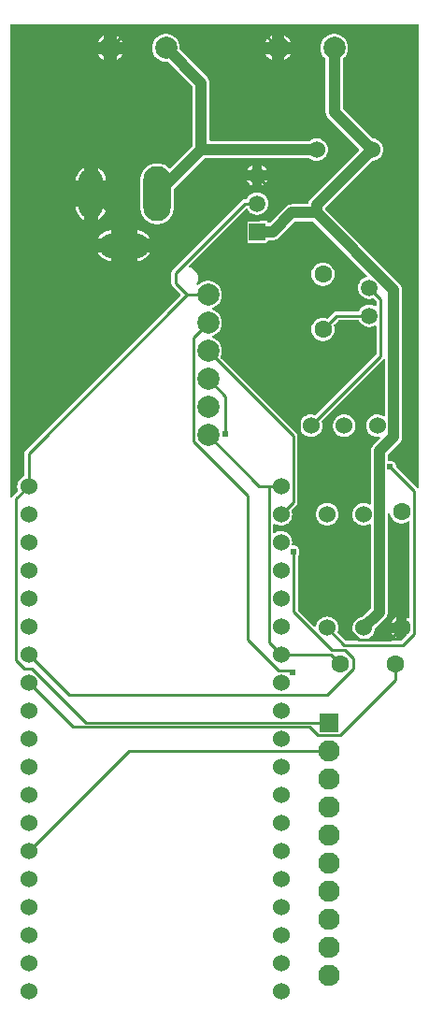
<source format=gbl>
G04 Layer: BottomLayer*
G04 EasyEDA v6.5.40, 2024-02-04 04:02:13*
G04 e3b7e928b75e4f6ab1737eb406526b54,153482dac41149f1974aef67bcea995d,10*
G04 Gerber Generator version 0.2*
G04 Scale: 100 percent, Rotated: No, Reflected: No *
G04 Dimensions in millimeters *
G04 leading zeros omitted , absolute positions ,4 integer and 5 decimal *
%FSLAX45Y45*%
%MOMM*%

%ADD10C,0.2540*%
%ADD11C,1.0160*%
%ADD12R,1.7780X1.7780*%
%ADD13C,1.9304*%
%ADD14C,1.6000*%
%ADD15C,1.5240*%
%ADD16C,2.0000*%
%ADD17O,2.499868X4.9999899999999995*%
%ADD18O,2.2499320000000003X4.4998640000000005*%
%ADD19O,4.4998640000000005X2.2499320000000003*%
%ADD20C,1.5000*%
%ADD21R,1.5080X1.5080*%
%ADD22C,1.5080*%
%ADD23C,0.6100*%
%ADD24C,0.0170*%

%LPD*%
G36*
X3283965Y3368141D02*
G01*
X3280003Y3368954D01*
X3276701Y3371240D01*
X3274517Y3374644D01*
X3273806Y3378657D01*
X3274771Y3382568D01*
X3277158Y3385820D01*
X3280664Y3387902D01*
X3291078Y3391509D01*
X3303219Y3397656D01*
X3314446Y3405378D01*
X3324606Y3414522D01*
X3333394Y3424936D01*
X3340709Y3436416D01*
X3346450Y3448812D01*
X3350514Y3461816D01*
X3352901Y3476040D01*
X3353866Y3478987D01*
X3355746Y3481527D01*
X3449675Y3575558D01*
X3455415Y3582466D01*
X3456838Y3584498D01*
X3461512Y3592220D01*
X3462629Y3594455D01*
X3466846Y3605072D01*
X3468979Y3613810D01*
X3469386Y3616248D01*
X3470249Y3625189D01*
X3470300Y4515815D01*
X3471164Y4519980D01*
X3473704Y4523435D01*
X3477361Y4525518D01*
X3481578Y4525924D01*
X3485642Y4524603D01*
X3488740Y4521708D01*
X3490417Y4517847D01*
X3491839Y4510786D01*
X3496259Y4497679D01*
X3502406Y4485284D01*
X3510076Y4473752D01*
X3519220Y4463338D01*
X3529634Y4454194D01*
X3541166Y4446524D01*
X3553561Y4440377D01*
X3566718Y4435906D01*
X3580282Y4433214D01*
X3594100Y4432300D01*
X3607917Y4433214D01*
X3621481Y4435906D01*
X3634638Y4440377D01*
X3647033Y4446524D01*
X3653536Y4450842D01*
X3657600Y4452416D01*
X3661918Y4452162D01*
X3665778Y4450130D01*
X3668420Y4446625D01*
X3669334Y4442409D01*
X3669334Y3584041D01*
X3668420Y3579774D01*
X3665778Y3576269D01*
X3661918Y3574237D01*
X3657600Y3573983D01*
X3653536Y3575558D01*
X3647033Y3579926D01*
X3640429Y3583178D01*
X3640429Y3534562D01*
X3659174Y3534562D01*
X3663086Y3533800D01*
X3666337Y3531565D01*
X3668572Y3528263D01*
X3669334Y3524402D01*
X3669334Y3452114D01*
X3668572Y3448253D01*
X3666236Y3444849D01*
X3662934Y3442614D01*
X3659073Y3441852D01*
X3640429Y3441852D01*
X3640429Y3423259D01*
X3639667Y3419348D01*
X3637483Y3416046D01*
X3592525Y3371138D01*
X3589223Y3368903D01*
X3585362Y3368141D01*
G37*

%LPC*%
G36*
X3547770Y3393236D02*
G01*
X3547770Y3441852D01*
X3499154Y3441852D01*
X3502406Y3435248D01*
X3510076Y3423767D01*
X3519220Y3413353D01*
X3529634Y3404209D01*
X3541166Y3396487D01*
G37*
G36*
X3499154Y3534562D02*
G01*
X3547770Y3534562D01*
X3547770Y3583178D01*
X3541166Y3579926D01*
X3529634Y3572205D01*
X3519220Y3563061D01*
X3510076Y3552647D01*
X3502406Y3541166D01*
G37*

%LPD*%
G36*
X3097174Y3368141D02*
G01*
X3093262Y3368903D01*
X3089960Y3371138D01*
X3019653Y3441446D01*
X3017469Y3444646D01*
X3016656Y3448456D01*
X3017367Y3452266D01*
X3018485Y3455263D01*
X3021685Y3468522D01*
X3023006Y3482086D01*
X3022600Y3495700D01*
X3020314Y3509162D01*
X3016250Y3522167D01*
X3010509Y3534562D01*
X3003194Y3546043D01*
X2994406Y3556457D01*
X2984246Y3565601D01*
X2973019Y3573322D01*
X2960878Y3579469D01*
X2947974Y3583940D01*
X2934614Y3586683D01*
X2921000Y3587597D01*
X2907385Y3586683D01*
X2894025Y3583940D01*
X2881172Y3579469D01*
X2868980Y3573322D01*
X2857754Y3565601D01*
X2847644Y3556457D01*
X2838805Y3546043D01*
X2831490Y3534562D01*
X2825750Y3522167D01*
X2821686Y3509162D01*
X2821127Y3505809D01*
X2819450Y3501745D01*
X2816250Y3498748D01*
X2812034Y3497376D01*
X2807665Y3497935D01*
X2803906Y3500323D01*
X2660294Y3643985D01*
X2658059Y3647287D01*
X2657297Y3651148D01*
X2657297Y4131564D01*
X2658059Y4135424D01*
X2660294Y4138726D01*
X2661869Y4140352D01*
X2667508Y4148378D01*
X2671673Y4157319D01*
X2674213Y4166768D01*
X2675077Y4176572D01*
X2674213Y4186377D01*
X2671673Y4195876D01*
X2667508Y4204766D01*
X2661869Y4212793D01*
X2654909Y4219752D01*
X2646883Y4225391D01*
X2637993Y4229557D01*
X2628493Y4232097D01*
X2618689Y4232960D01*
X2613406Y4232503D01*
X2609646Y4232859D01*
X2606294Y4234535D01*
X2603804Y4237329D01*
X2602484Y4240885D01*
X2602534Y4244644D01*
X2603093Y4247235D01*
X2604008Y4260850D01*
X2603093Y4274464D01*
X2600350Y4287824D01*
X2595880Y4300728D01*
X2589733Y4312869D01*
X2582011Y4324096D01*
X2572867Y4334256D01*
X2562453Y4343044D01*
X2550972Y4350359D01*
X2538577Y4356100D01*
X2525572Y4360164D01*
X2512110Y4362399D01*
X2498496Y4362856D01*
X2484932Y4361535D01*
X2471674Y4358335D01*
X2458923Y4353458D01*
X2446578Y4346651D01*
X2442565Y4345482D01*
X2438400Y4345940D01*
X2434793Y4348073D01*
X2432354Y4351477D01*
X2431542Y4355592D01*
X2431542Y4420108D01*
X2432354Y4424222D01*
X2434793Y4427626D01*
X2438400Y4429760D01*
X2442565Y4430217D01*
X2446578Y4429048D01*
X2458923Y4422241D01*
X2471674Y4417364D01*
X2484932Y4414164D01*
X2498496Y4412843D01*
X2512110Y4413300D01*
X2525572Y4415536D01*
X2538577Y4419600D01*
X2550972Y4425340D01*
X2562453Y4432655D01*
X2572867Y4441444D01*
X2582011Y4451604D01*
X2589733Y4462830D01*
X2595880Y4474972D01*
X2600350Y4487875D01*
X2603093Y4501235D01*
X2604008Y4514850D01*
X2603093Y4528464D01*
X2600350Y4541824D01*
X2598115Y4548327D01*
X2597556Y4552086D01*
X2598369Y4555744D01*
X2600502Y4558842D01*
X2641092Y4599482D01*
X2646222Y4605680D01*
X2649778Y4612386D01*
X2651963Y4619599D01*
X2652776Y4627626D01*
X2652776Y5221224D01*
X2651963Y5229250D01*
X2649778Y5236514D01*
X2646222Y5243169D01*
X2641092Y5249367D01*
X1958441Y5932068D01*
X1956206Y5935472D01*
X1955444Y5939434D01*
X1956358Y5943396D01*
X1959203Y5949746D01*
X1963724Y5964275D01*
X1966468Y5979210D01*
X1967382Y5994400D01*
X1966468Y6009589D01*
X1963724Y6024524D01*
X1959203Y6039053D01*
X1952955Y6052921D01*
X1945081Y6065926D01*
X1935734Y6077864D01*
X1924964Y6088634D01*
X1913026Y6097981D01*
X1900021Y6105855D01*
X1886102Y6112154D01*
X1882902Y6114338D01*
X1880819Y6117590D01*
X1880107Y6121400D01*
X1880819Y6125210D01*
X1882902Y6128461D01*
X1886102Y6130645D01*
X1900021Y6136944D01*
X1913026Y6144818D01*
X1924964Y6154166D01*
X1935734Y6164935D01*
X1945081Y6176873D01*
X1952955Y6189878D01*
X1959203Y6203746D01*
X1963724Y6218275D01*
X1966468Y6233210D01*
X1967382Y6248400D01*
X1966468Y6263589D01*
X1963724Y6278524D01*
X1959203Y6293053D01*
X1952955Y6306921D01*
X1945081Y6319926D01*
X1935734Y6331864D01*
X1924964Y6342634D01*
X1913026Y6351981D01*
X1900021Y6359855D01*
X1886051Y6366154D01*
X1882902Y6368389D01*
X1880768Y6371640D01*
X1880057Y6375400D01*
X1880768Y6379210D01*
X1882902Y6382461D01*
X1886051Y6384696D01*
X1899970Y6390944D01*
X1912975Y6398818D01*
X1924964Y6408216D01*
X1935683Y6418935D01*
X1945081Y6430924D01*
X1952955Y6443929D01*
X1959203Y6457797D01*
X1963724Y6472275D01*
X1966468Y6487261D01*
X1967382Y6502400D01*
X1966468Y6517589D01*
X1963724Y6532575D01*
X1959203Y6547053D01*
X1952955Y6560921D01*
X1945081Y6573926D01*
X1935683Y6585915D01*
X1924964Y6596634D01*
X1912975Y6606031D01*
X1899970Y6613906D01*
X1886102Y6620154D01*
X1871624Y6624675D01*
X1856638Y6627418D01*
X1841500Y6628333D01*
X1826310Y6627418D01*
X1811324Y6624675D01*
X1796846Y6620154D01*
X1782978Y6613906D01*
X1769973Y6606031D01*
X1757984Y6596634D01*
X1755190Y6593840D01*
X1751787Y6591604D01*
X1747774Y6590842D01*
X1743811Y6591757D01*
X1740509Y6594144D01*
X1738426Y6597650D01*
X1737868Y6601663D01*
X1738934Y6605625D01*
X1743862Y6615430D01*
X1748282Y6628130D01*
X1750974Y6641338D01*
X1751888Y6654800D01*
X1750974Y6668262D01*
X1748282Y6681470D01*
X1743862Y6694170D01*
X1737817Y6706209D01*
X1730197Y6717334D01*
X1721154Y6727342D01*
X1710842Y6736029D01*
X1699463Y6743293D01*
X1687271Y6748932D01*
X1674672Y6752844D01*
X1671066Y6754875D01*
X1668525Y6758178D01*
X1667510Y6762191D01*
X1668221Y6766255D01*
X1670507Y6769760D01*
X2181656Y7280909D01*
X2184755Y7283043D01*
X2188413Y7283907D01*
X2192121Y7283348D01*
X2195372Y7281519D01*
X2197760Y7278624D01*
X2200605Y7273391D01*
X2208631Y7262520D01*
X2218080Y7252766D01*
X2228697Y7244384D01*
X2240330Y7237475D01*
X2252776Y7232243D01*
X2265832Y7228636D01*
X2279243Y7226858D01*
X2292756Y7226858D01*
X2306167Y7228636D01*
X2319223Y7232243D01*
X2331669Y7237475D01*
X2343302Y7244384D01*
X2353919Y7252766D01*
X2363368Y7262520D01*
X2371394Y7273391D01*
X2377897Y7285278D01*
X2382723Y7297877D01*
X2385872Y7311034D01*
X2387244Y7324496D01*
X2386787Y7338059D01*
X2384501Y7351369D01*
X2380538Y7364323D01*
X2374798Y7376566D01*
X2367534Y7387996D01*
X2358796Y7398308D01*
X2348788Y7407402D01*
X2337612Y7415022D01*
X2325522Y7421168D01*
X2312771Y7425588D01*
X2299512Y7428280D01*
X2286000Y7429195D01*
X2272487Y7428280D01*
X2259228Y7425588D01*
X2246477Y7421168D01*
X2234387Y7415022D01*
X2223211Y7407402D01*
X2213203Y7398308D01*
X2204466Y7387996D01*
X2197201Y7376566D01*
X2195220Y7372400D01*
X2192985Y7369302D01*
X2189784Y7367219D01*
X2186025Y7366508D01*
X2174544Y7366508D01*
X2166518Y7365695D01*
X2159304Y7363510D01*
X2152650Y7359954D01*
X2146401Y7354874D01*
X1520952Y6729374D01*
X1515821Y6723176D01*
X1512265Y6716522D01*
X1510080Y6709257D01*
X1509318Y6701231D01*
X1509318Y6608470D01*
X1510080Y6600444D01*
X1512265Y6593230D01*
X1515821Y6586575D01*
X1520952Y6580327D01*
X1591665Y6509613D01*
X1593900Y6506311D01*
X1594662Y6502450D01*
X1593900Y6498539D01*
X1591665Y6495237D01*
X188976Y5092496D01*
X183845Y5086299D01*
X180289Y5079644D01*
X178104Y5072380D01*
X177292Y5064353D01*
X177292Y4869840D01*
X176631Y4866335D01*
X174802Y4863236D01*
X172008Y4860950D01*
X160985Y4854905D01*
X150012Y4846828D01*
X140208Y4837328D01*
X131724Y4826609D01*
X124764Y4814874D01*
X119481Y4802327D01*
X115874Y4789170D01*
X114046Y4775657D01*
X114046Y4762042D01*
X115874Y4748530D01*
X119735Y4734560D01*
X120040Y4731004D01*
X119126Y4727549D01*
X117094Y4724654D01*
X77571Y4685131D01*
X72440Y4678883D01*
X69138Y4672634D01*
X66192Y4669282D01*
X62128Y4667453D01*
X57708Y4667605D01*
X53695Y4669586D01*
X50952Y4673092D01*
X49987Y4677460D01*
X49987Y8939834D01*
X50749Y8943695D01*
X52984Y8946997D01*
X56286Y8949232D01*
X60147Y8949994D01*
X3739845Y8949994D01*
X3743706Y8949232D01*
X3747008Y8946997D01*
X3749243Y8943695D01*
X3750005Y8939834D01*
X3750005Y4763973D01*
X3749243Y4760112D01*
X3747008Y4756810D01*
X3743706Y4754626D01*
X3739845Y4753813D01*
X3735933Y4754626D01*
X3732631Y4756810D01*
X3550920Y4938522D01*
X3548938Y4941417D01*
X3548024Y4944821D01*
X3547313Y4952847D01*
X3544773Y4962347D01*
X3540607Y4971237D01*
X3534968Y4979314D01*
X3528009Y4986274D01*
X3519982Y4991912D01*
X3511092Y4996027D01*
X3501593Y4998567D01*
X3491788Y4999431D01*
X3481324Y4998516D01*
X3477209Y4999024D01*
X3473602Y5001158D01*
X3471164Y5004562D01*
X3470300Y5008626D01*
X3470300Y5051501D01*
X3471062Y5055412D01*
X3473297Y5058714D01*
X3580282Y5165801D01*
X3586022Y5172710D01*
X3592118Y5182412D01*
X3593236Y5184648D01*
X3597452Y5195316D01*
X3599586Y5204053D01*
X3599992Y5206492D01*
X3600856Y5215432D01*
X3600856Y6547815D01*
X3599992Y6556756D01*
X3599586Y6559194D01*
X3597452Y6567931D01*
X3593236Y6578600D01*
X3592118Y6580784D01*
X3587445Y6588506D01*
X3586022Y6590538D01*
X3580282Y6597446D01*
X2904286Y7273544D01*
X2902051Y7276846D01*
X2901289Y7280706D01*
X2902051Y7284618D01*
X2904286Y7287920D01*
X3329279Y7712913D01*
X3332073Y7714894D01*
X3335426Y7715808D01*
X3342030Y7716469D01*
X3355289Y7719669D01*
X3367989Y7724546D01*
X3379978Y7731099D01*
X3390950Y7739176D01*
X3400755Y7748676D01*
X3409187Y7759395D01*
X3416147Y7771130D01*
X3421481Y7783677D01*
X3425088Y7796834D01*
X3426917Y7810347D01*
X3426917Y7823962D01*
X3425088Y7837474D01*
X3421481Y7850631D01*
X3416147Y7863179D01*
X3409187Y7874914D01*
X3400755Y7885633D01*
X3390950Y7895132D01*
X3379978Y7903209D01*
X3367989Y7909763D01*
X3355289Y7914640D01*
X3342030Y7917840D01*
X3335426Y7918500D01*
X3332124Y7919415D01*
X3329279Y7921396D01*
X3064205Y8186470D01*
X3061970Y8189772D01*
X3061208Y8193684D01*
X3061208Y8633104D01*
X3061665Y8636152D01*
X3062986Y8638895D01*
X3065119Y8641130D01*
X3067964Y8643366D01*
X3078734Y8654135D01*
X3088081Y8666073D01*
X3095955Y8679078D01*
X3102203Y8692946D01*
X3106724Y8707475D01*
X3109468Y8722410D01*
X3110382Y8737600D01*
X3109468Y8752789D01*
X3106724Y8767724D01*
X3102203Y8782253D01*
X3095955Y8796121D01*
X3088081Y8809126D01*
X3078734Y8821064D01*
X3067964Y8831834D01*
X3056026Y8841181D01*
X3043021Y8849055D01*
X3029153Y8855303D01*
X3014624Y8859824D01*
X2999689Y8862568D01*
X2984500Y8863482D01*
X2969310Y8862568D01*
X2954375Y8859824D01*
X2939846Y8855303D01*
X2925978Y8849055D01*
X2912973Y8841181D01*
X2901035Y8831834D01*
X2890266Y8821064D01*
X2880918Y8809126D01*
X2873044Y8796121D01*
X2866796Y8782253D01*
X2862275Y8767724D01*
X2859532Y8752789D01*
X2858617Y8737600D01*
X2859532Y8722410D01*
X2862275Y8707475D01*
X2866796Y8692946D01*
X2873044Y8679078D01*
X2880918Y8666073D01*
X2890266Y8654135D01*
X2901035Y8643366D01*
X2903880Y8641130D01*
X2906014Y8638895D01*
X2907334Y8636152D01*
X2907792Y8633104D01*
X2907842Y8155025D01*
X2908706Y8146084D01*
X2909112Y8143646D01*
X2911246Y8134908D01*
X2915462Y8124240D01*
X2916580Y8122005D01*
X2922676Y8112302D01*
X2928416Y8105394D01*
X3209391Y7824317D01*
X3211576Y7821066D01*
X3212338Y7817154D01*
X3211576Y7813294D01*
X3209391Y7809992D01*
X2768498Y7368997D01*
X2762758Y7362088D01*
X2756662Y7352385D01*
X2755544Y7350150D01*
X2752140Y7341870D01*
X2751378Y7339584D01*
X2748991Y7329322D01*
X2747010Y7325258D01*
X2743504Y7322464D01*
X2739085Y7321448D01*
X2595575Y7321397D01*
X2586634Y7320584D01*
X2575458Y7317994D01*
X2564841Y7313777D01*
X2562606Y7312659D01*
X2554884Y7307986D01*
X2552852Y7306564D01*
X2545943Y7300823D01*
X2401519Y7156500D01*
X2398115Y7154214D01*
X2394102Y7153503D01*
X2390140Y7154418D01*
X2386838Y7156805D01*
X2381605Y7165390D01*
X2377490Y7169505D01*
X2372614Y7172604D01*
X2367127Y7174484D01*
X2360828Y7175195D01*
X2211171Y7175195D01*
X2204872Y7174484D01*
X2199386Y7172604D01*
X2194509Y7169505D01*
X2190394Y7165390D01*
X2187295Y7160514D01*
X2185416Y7155027D01*
X2184704Y7148728D01*
X2184704Y6999071D01*
X2185416Y6992772D01*
X2187295Y6987286D01*
X2190394Y6982409D01*
X2194509Y6978294D01*
X2199386Y6975195D01*
X2204872Y6973316D01*
X2211171Y6972604D01*
X2360828Y6972604D01*
X2367127Y6973316D01*
X2372614Y6975195D01*
X2377490Y6978294D01*
X2381605Y6982409D01*
X2384704Y6987286D01*
X2385771Y6990384D01*
X2387904Y6993940D01*
X2391308Y6996328D01*
X2395372Y6997192D01*
X2430119Y6997242D01*
X2439060Y6998106D01*
X2441498Y6998512D01*
X2450236Y7000646D01*
X2460853Y7004862D01*
X2463088Y7005980D01*
X2470810Y7010653D01*
X2472842Y7012076D01*
X2479751Y7017816D01*
X2627071Y7165035D01*
X2630373Y7167270D01*
X2634234Y7168032D01*
X2788615Y7168032D01*
X2792476Y7167270D01*
X2795778Y7165035D01*
X3280511Y6680301D01*
X3282899Y6676644D01*
X3283458Y6672325D01*
X3282238Y6668160D01*
X3279343Y6664909D01*
X3275329Y6663181D01*
X3262629Y6658762D01*
X3250590Y6652666D01*
X3239465Y6645046D01*
X3229457Y6636003D01*
X3220770Y6625691D01*
X3213506Y6614363D01*
X3207867Y6602120D01*
X3203854Y6589268D01*
X3201619Y6575958D01*
X3201162Y6562496D01*
X3202533Y6549085D01*
X3205632Y6535978D01*
X3210509Y6523380D01*
X3216960Y6511594D01*
X3224936Y6500723D01*
X3234334Y6491020D01*
X3244900Y6482689D01*
X3256483Y6475831D01*
X3268929Y6470548D01*
X3281883Y6466992D01*
X3295243Y6465214D01*
X3308756Y6465214D01*
X3322116Y6466992D01*
X3335375Y6470650D01*
X3338880Y6470954D01*
X3342335Y6470040D01*
X3345230Y6468008D01*
X3363620Y6449618D01*
X3365804Y6446316D01*
X3366566Y6442456D01*
X3366566Y6408521D01*
X3365754Y6404508D01*
X3363417Y6401104D01*
X3359912Y6398971D01*
X3355797Y6398361D01*
X3351834Y6399479D01*
X3341370Y6404762D01*
X3328670Y6409182D01*
X3315462Y6411874D01*
X3302000Y6412738D01*
X3288537Y6411874D01*
X3275329Y6409182D01*
X3262629Y6404762D01*
X3250590Y6398666D01*
X3239465Y6391046D01*
X3229457Y6382004D01*
X3220770Y6371691D01*
X3213506Y6360363D01*
X3211677Y6356350D01*
X3209442Y6353251D01*
X3206191Y6351168D01*
X3202432Y6350457D01*
X3006648Y6350457D01*
X2998622Y6349644D01*
X2991408Y6347460D01*
X2984754Y6343904D01*
X2978505Y6338824D01*
X2929940Y6290208D01*
X2926842Y6288125D01*
X2923184Y6287262D01*
X2919476Y6287770D01*
X2910281Y6290919D01*
X2896717Y6293612D01*
X2882900Y6294526D01*
X2869082Y6293612D01*
X2855518Y6290919D01*
X2842361Y6286449D01*
X2829966Y6280302D01*
X2818434Y6272631D01*
X2808020Y6263487D01*
X2798876Y6253073D01*
X2791206Y6241542D01*
X2785059Y6229146D01*
X2780639Y6216040D01*
X2777896Y6202426D01*
X2777032Y6188608D01*
X2777896Y6174790D01*
X2780639Y6161227D01*
X2785059Y6148120D01*
X2791206Y6135674D01*
X2798876Y6124143D01*
X2808020Y6113729D01*
X2818434Y6104636D01*
X2829966Y6096914D01*
X2842361Y6090818D01*
X2855518Y6086348D01*
X2869082Y6083655D01*
X2882900Y6082741D01*
X2896717Y6083655D01*
X2910281Y6086348D01*
X2923438Y6090818D01*
X2935833Y6096914D01*
X2947365Y6104636D01*
X2957779Y6113729D01*
X2966923Y6124143D01*
X2974594Y6135674D01*
X2980740Y6148120D01*
X2985160Y6161227D01*
X2987903Y6174790D01*
X2988767Y6188608D01*
X2987903Y6202426D01*
X2985160Y6216040D01*
X2982061Y6225133D01*
X2981553Y6228842D01*
X2982417Y6232499D01*
X2984500Y6235598D01*
X3019196Y6270244D01*
X3022498Y6272479D01*
X3026359Y6273241D01*
X3202381Y6273241D01*
X3205886Y6272580D01*
X3208985Y6270752D01*
X3211271Y6267958D01*
X3216960Y6257594D01*
X3224936Y6246723D01*
X3234334Y6237020D01*
X3244900Y6228689D01*
X3256483Y6221831D01*
X3268929Y6216548D01*
X3281883Y6212992D01*
X3295243Y6211214D01*
X3308756Y6211214D01*
X3322116Y6212992D01*
X3335070Y6216548D01*
X3347516Y6221831D01*
X3351276Y6224066D01*
X3355289Y6225387D01*
X3359505Y6224981D01*
X3363214Y6222898D01*
X3365703Y6219444D01*
X3366566Y6215329D01*
X3366566Y5967526D01*
X3365804Y5963615D01*
X3363620Y5960313D01*
X2819095Y5415838D01*
X2815894Y5413654D01*
X2812084Y5412841D01*
X2808274Y5413502D01*
X2805277Y5414670D01*
X2792018Y5417820D01*
X2778455Y5419191D01*
X2764840Y5418734D01*
X2751378Y5416448D01*
X2738374Y5412435D01*
X2725978Y5406694D01*
X2714498Y5399328D01*
X2704084Y5390540D01*
X2694940Y5380431D01*
X2687218Y5369204D01*
X2681071Y5357012D01*
X2676601Y5344109D01*
X2673858Y5330748D01*
X2672943Y5317134D01*
X2673858Y5303570D01*
X2676601Y5290210D01*
X2681071Y5277307D01*
X2687218Y5265115D01*
X2694940Y5253888D01*
X2704084Y5243779D01*
X2714498Y5234990D01*
X2725978Y5227624D01*
X2738374Y5221884D01*
X2751378Y5217871D01*
X2764840Y5215585D01*
X2778455Y5215128D01*
X2792018Y5216499D01*
X2805277Y5219649D01*
X2818028Y5224576D01*
X2829966Y5231130D01*
X2840939Y5239207D01*
X2850743Y5248706D01*
X2859227Y5259374D01*
X2866186Y5271109D01*
X2871470Y5283657D01*
X2875076Y5296814D01*
X2876905Y5310327D01*
X2876905Y5323992D01*
X2875076Y5337505D01*
X2871216Y5351475D01*
X2870911Y5355031D01*
X2871825Y5358434D01*
X2873857Y5361330D01*
X3430168Y5917641D01*
X3433419Y5919876D01*
X3437331Y5920638D01*
X3441242Y5919876D01*
X3444494Y5917641D01*
X3446729Y5914339D01*
X3447491Y5910478D01*
X3447491Y5410403D01*
X3446526Y5406085D01*
X3443782Y5402580D01*
X3439820Y5400548D01*
X3435350Y5400446D01*
X3431286Y5402224D01*
X3430168Y5403037D01*
X3418230Y5409590D01*
X3405479Y5414518D01*
X3392220Y5417667D01*
X3378657Y5419039D01*
X3365042Y5418582D01*
X3351580Y5416296D01*
X3338576Y5412282D01*
X3326180Y5406542D01*
X3314700Y5399176D01*
X3304286Y5390388D01*
X3295142Y5380278D01*
X3287420Y5369052D01*
X3281273Y5356860D01*
X3276803Y5343956D01*
X3274060Y5330596D01*
X3273145Y5316982D01*
X3274060Y5303418D01*
X3276803Y5290058D01*
X3281273Y5277154D01*
X3287420Y5264962D01*
X3295142Y5253736D01*
X3304286Y5243626D01*
X3314700Y5234838D01*
X3326180Y5227472D01*
X3338576Y5221732D01*
X3351580Y5217718D01*
X3365042Y5215432D01*
X3378657Y5214975D01*
X3388055Y5215940D01*
X3392170Y5215483D01*
X3395726Y5213451D01*
X3398215Y5210149D01*
X3399231Y5206136D01*
X3398520Y5202072D01*
X3396234Y5198618D01*
X3337509Y5139791D01*
X3331768Y5132882D01*
X3325672Y5123180D01*
X3324555Y5120944D01*
X3320338Y5110276D01*
X3318205Y5101590D01*
X3317798Y5099100D01*
X3316935Y5090160D01*
X3316884Y4612792D01*
X3316020Y4608626D01*
X3313480Y4605223D01*
X3309823Y4603140D01*
X3305556Y4602734D01*
X3301542Y4604054D01*
X3297224Y4606594D01*
X3284677Y4611928D01*
X3271520Y4615535D01*
X3258007Y4617364D01*
X3244392Y4617364D01*
X3230880Y4615535D01*
X3217722Y4611928D01*
X3205175Y4606594D01*
X3193440Y4599686D01*
X3182721Y4591202D01*
X3173222Y4581398D01*
X3165144Y4570425D01*
X3158591Y4558487D01*
X3153714Y4545736D01*
X3150514Y4532477D01*
X3149193Y4518914D01*
X3149650Y4505299D01*
X3151886Y4491837D01*
X3155950Y4478832D01*
X3161690Y4466437D01*
X3169005Y4454956D01*
X3177794Y4444542D01*
X3187954Y4435398D01*
X3199180Y4427677D01*
X3211322Y4421530D01*
X3224225Y4417060D01*
X3237585Y4414316D01*
X3251200Y4413402D01*
X3264814Y4414316D01*
X3278174Y4417060D01*
X3291078Y4421530D01*
X3302152Y4427118D01*
X3306114Y4428185D01*
X3310178Y4427626D01*
X3313684Y4425442D01*
X3316071Y4422089D01*
X3316884Y4418076D01*
X3316884Y3663848D01*
X3316122Y3659987D01*
X3313887Y3656685D01*
X3247034Y3589832D01*
X3244342Y3587902D01*
X3241192Y3586937D01*
X3230880Y3585514D01*
X3217722Y3581958D01*
X3205175Y3576624D01*
X3193440Y3569665D01*
X3182721Y3561232D01*
X3173222Y3551428D01*
X3165144Y3540455D01*
X3158591Y3528466D01*
X3153714Y3515766D01*
X3150514Y3502456D01*
X3149193Y3488893D01*
X3149650Y3475278D01*
X3151886Y3461816D01*
X3155950Y3448812D01*
X3161690Y3436416D01*
X3169005Y3424936D01*
X3177794Y3414522D01*
X3187954Y3405378D01*
X3199180Y3397656D01*
X3211322Y3391509D01*
X3221736Y3387902D01*
X3225241Y3385820D01*
X3227628Y3382568D01*
X3228594Y3378657D01*
X3227882Y3374644D01*
X3225698Y3371240D01*
X3222396Y3368954D01*
X3218434Y3368141D01*
G37*

%LPC*%
G36*
X2914192Y4413656D02*
G01*
X2927807Y4413656D01*
X2941320Y4415485D01*
X2954477Y4419041D01*
X2967024Y4424375D01*
X2978759Y4431334D01*
X2989478Y4439767D01*
X2998978Y4449572D01*
X3007055Y4460544D01*
X3013608Y4472533D01*
X3018485Y4485233D01*
X3021685Y4498543D01*
X3023006Y4512106D01*
X3022600Y4525721D01*
X3020314Y4539183D01*
X3016250Y4552188D01*
X3010509Y4564583D01*
X3003194Y4576064D01*
X2994406Y4586478D01*
X2984246Y4595622D01*
X2973019Y4603343D01*
X2960878Y4609490D01*
X2947974Y4613960D01*
X2934614Y4616653D01*
X2921000Y4617567D01*
X2907385Y4616653D01*
X2894025Y4613960D01*
X2881172Y4609490D01*
X2868980Y4603343D01*
X2857754Y4595622D01*
X2847644Y4586478D01*
X2838805Y4576064D01*
X2831490Y4564583D01*
X2825750Y4552188D01*
X2821686Y4539183D01*
X2819450Y4525721D01*
X2818993Y4512106D01*
X2820314Y4498543D01*
X2823514Y4485233D01*
X2828391Y4472533D01*
X2834944Y4460544D01*
X2843022Y4449572D01*
X2852521Y4439767D01*
X2863240Y4431334D01*
X2874975Y4424375D01*
X2887522Y4419041D01*
X2900680Y4415485D01*
G37*
G36*
X3078480Y5215128D02*
G01*
X3092043Y5216499D01*
X3105302Y5219649D01*
X3118002Y5224576D01*
X3129991Y5231130D01*
X3140964Y5239207D01*
X3150768Y5248706D01*
X3159201Y5259374D01*
X3166160Y5271109D01*
X3171494Y5283657D01*
X3175101Y5296814D01*
X3176930Y5310327D01*
X3176930Y5323992D01*
X3175101Y5337505D01*
X3171494Y5350662D01*
X3166160Y5363210D01*
X3159201Y5374944D01*
X3150768Y5385612D01*
X3140964Y5395112D01*
X3129991Y5403189D01*
X3118002Y5409742D01*
X3105302Y5414670D01*
X3092043Y5417820D01*
X3078480Y5419191D01*
X3064814Y5418734D01*
X3051403Y5416448D01*
X3038348Y5412435D01*
X3026003Y5406694D01*
X3014472Y5399328D01*
X3004058Y5390540D01*
X2994914Y5380431D01*
X2987192Y5369204D01*
X2981045Y5357012D01*
X2976575Y5344109D01*
X2973882Y5330748D01*
X2972968Y5317134D01*
X2973882Y5303570D01*
X2976575Y5290210D01*
X2981045Y5277307D01*
X2987192Y5265115D01*
X2994914Y5253888D01*
X3004058Y5243779D01*
X3014472Y5234990D01*
X3026003Y5227624D01*
X3038348Y5221884D01*
X3051403Y5217871D01*
X3064814Y5215585D01*
G37*
G36*
X2882900Y6582714D02*
G01*
X2896717Y6583629D01*
X2910281Y6586321D01*
X2923438Y6590792D01*
X2935833Y6596938D01*
X2947365Y6604609D01*
X2957779Y6613753D01*
X2966923Y6624167D01*
X2974594Y6635699D01*
X2980740Y6648094D01*
X2985160Y6661200D01*
X2987903Y6674815D01*
X2988767Y6688632D01*
X2987903Y6702450D01*
X2985160Y6716014D01*
X2980740Y6729120D01*
X2974594Y6741566D01*
X2966923Y6753098D01*
X2957779Y6763512D01*
X2947365Y6772605D01*
X2935833Y6780326D01*
X2923438Y6786422D01*
X2910281Y6790893D01*
X2896717Y6793585D01*
X2882900Y6794500D01*
X2869082Y6793585D01*
X2855518Y6790893D01*
X2842361Y6786422D01*
X2829966Y6780326D01*
X2818434Y6772605D01*
X2808020Y6763512D01*
X2798876Y6753098D01*
X2791206Y6741566D01*
X2785059Y6729120D01*
X2780639Y6716014D01*
X2777896Y6702450D01*
X2777032Y6688632D01*
X2777896Y6674815D01*
X2780639Y6661200D01*
X2785059Y6648094D01*
X2791206Y6635699D01*
X2798876Y6624167D01*
X2808020Y6613753D01*
X2818434Y6604609D01*
X2829966Y6596938D01*
X2842361Y6590792D01*
X2855518Y6586321D01*
X2869082Y6583629D01*
G37*
G36*
X961644Y6809181D02*
G01*
X961644Y6884619D01*
X844854Y6884619D01*
X848156Y6878015D01*
X856996Y6864553D01*
X867359Y6852259D01*
X879043Y6841185D01*
X891946Y6831584D01*
X905865Y6823557D01*
X920648Y6817156D01*
X936091Y6812534D01*
X951941Y6809740D01*
G37*
G36*
X1199337Y6809181D02*
G01*
X1209040Y6809740D01*
X1224889Y6812534D01*
X1240332Y6817156D01*
X1255115Y6823557D01*
X1269034Y6831584D01*
X1281938Y6841185D01*
X1293672Y6852259D01*
X1303985Y6864553D01*
X1312824Y6878015D01*
X1316126Y6884619D01*
X1199337Y6884619D01*
G37*
G36*
X1199337Y7009790D02*
G01*
X1316126Y7009790D01*
X1312824Y7016394D01*
X1303985Y7029856D01*
X1293672Y7042150D01*
X1281938Y7053224D01*
X1269034Y7062825D01*
X1255115Y7070852D01*
X1240332Y7077252D01*
X1224889Y7081875D01*
X1209040Y7084669D01*
X1199337Y7085228D01*
G37*
G36*
X844854Y7009790D02*
G01*
X961644Y7009790D01*
X961644Y7085228D01*
X951941Y7084669D01*
X936091Y7081875D01*
X920648Y7077252D01*
X905865Y7070852D01*
X891946Y7062825D01*
X879043Y7053224D01*
X867359Y7042150D01*
X856996Y7029856D01*
X848156Y7016394D01*
G37*
G36*
X1380490Y7141311D02*
G01*
X1397406Y7142276D01*
X1414068Y7145121D01*
X1430324Y7149795D01*
X1445971Y7156246D01*
X1460754Y7164425D01*
X1474571Y7174230D01*
X1487170Y7185507D01*
X1498447Y7198106D01*
X1508252Y7211923D01*
X1516430Y7226757D01*
X1522933Y7242352D01*
X1527606Y7258608D01*
X1530451Y7275322D01*
X1531416Y7292492D01*
X1531416Y7455408D01*
X1532178Y7459319D01*
X1534363Y7462621D01*
X1809242Y7737449D01*
X1812543Y7739684D01*
X1816404Y7740446D01*
X2754274Y7740446D01*
X2757779Y7739837D01*
X2760827Y7738059D01*
X2764485Y7734960D01*
X2775966Y7727645D01*
X2788361Y7721904D01*
X2801366Y7717840D01*
X2814828Y7715605D01*
X2828442Y7715148D01*
X2842006Y7716469D01*
X2855264Y7719669D01*
X2868015Y7724546D01*
X2879953Y7731099D01*
X2890926Y7739176D01*
X2900730Y7748676D01*
X2909214Y7759395D01*
X2916174Y7771130D01*
X2921457Y7783677D01*
X2925064Y7796834D01*
X2926892Y7810347D01*
X2926892Y7823962D01*
X2925064Y7837474D01*
X2921457Y7850631D01*
X2916174Y7863179D01*
X2909214Y7874914D01*
X2900730Y7885633D01*
X2890926Y7895132D01*
X2879953Y7903209D01*
X2868015Y7909763D01*
X2855264Y7914640D01*
X2842006Y7917840D01*
X2828442Y7919161D01*
X2814828Y7918703D01*
X2801366Y7916468D01*
X2788361Y7912404D01*
X2775966Y7906664D01*
X2764485Y7899349D01*
X2760827Y7896250D01*
X2757779Y7894472D01*
X2754274Y7893862D01*
X1867306Y7893862D01*
X1863394Y7894624D01*
X1860143Y7896859D01*
X1857908Y7900162D01*
X1857146Y7904022D01*
X1857095Y8420354D01*
X1856232Y8429294D01*
X1855825Y8431733D01*
X1853692Y8440470D01*
X1849475Y8451138D01*
X1848357Y8453323D01*
X1843684Y8461044D01*
X1842262Y8463076D01*
X1836521Y8469985D01*
X1588617Y8717940D01*
X1586331Y8721547D01*
X1585671Y8725763D01*
X1586382Y8737600D01*
X1585468Y8752789D01*
X1582724Y8767724D01*
X1578203Y8782253D01*
X1571955Y8796121D01*
X1564081Y8809126D01*
X1554734Y8821064D01*
X1543964Y8831834D01*
X1532026Y8841181D01*
X1519021Y8849055D01*
X1505153Y8855303D01*
X1490624Y8859824D01*
X1475689Y8862568D01*
X1460500Y8863482D01*
X1445310Y8862568D01*
X1430375Y8859824D01*
X1415846Y8855303D01*
X1401978Y8849055D01*
X1388973Y8841181D01*
X1377035Y8831834D01*
X1366266Y8821064D01*
X1356918Y8809126D01*
X1349044Y8796121D01*
X1342796Y8782253D01*
X1338275Y8767724D01*
X1335532Y8752789D01*
X1334617Y8737600D01*
X1335532Y8722410D01*
X1338275Y8707475D01*
X1342796Y8692946D01*
X1349044Y8679078D01*
X1356918Y8666073D01*
X1366266Y8654135D01*
X1377035Y8643366D01*
X1388973Y8634018D01*
X1401978Y8626144D01*
X1415846Y8619896D01*
X1430375Y8615375D01*
X1445310Y8612632D01*
X1460500Y8611717D01*
X1472336Y8612428D01*
X1476552Y8611768D01*
X1480159Y8609482D01*
X1700733Y8388858D01*
X1702968Y8385556D01*
X1703730Y8381695D01*
X1703730Y7853121D01*
X1702968Y7849260D01*
X1700733Y7845958D01*
X1502562Y7647787D01*
X1499158Y7645501D01*
X1495094Y7644790D01*
X1491132Y7645755D01*
X1487170Y7648905D01*
X1474571Y7660182D01*
X1460754Y7669987D01*
X1445971Y7678166D01*
X1430324Y7684617D01*
X1414068Y7689342D01*
X1397406Y7692136D01*
X1380490Y7693101D01*
X1363573Y7692136D01*
X1346911Y7689342D01*
X1330655Y7684617D01*
X1315008Y7678166D01*
X1300226Y7669987D01*
X1286408Y7660182D01*
X1273810Y7648905D01*
X1262532Y7636306D01*
X1252728Y7622489D01*
X1244549Y7607706D01*
X1238097Y7592059D01*
X1233373Y7575803D01*
X1230579Y7559090D01*
X1229614Y7541920D01*
X1229614Y7292492D01*
X1230579Y7275322D01*
X1233373Y7258608D01*
X1238097Y7242352D01*
X1244549Y7226757D01*
X1252728Y7211923D01*
X1262532Y7198106D01*
X1273810Y7185507D01*
X1286408Y7174230D01*
X1300226Y7164425D01*
X1315008Y7156246D01*
X1330655Y7149795D01*
X1346911Y7145121D01*
X1363573Y7142276D01*
G37*
G36*
X843076Y7181545D02*
G01*
X849680Y7184847D01*
X863142Y7193686D01*
X875436Y7204049D01*
X886510Y7215733D01*
X896112Y7228687D01*
X904138Y7242606D01*
X910539Y7257389D01*
X915162Y7272781D01*
X917956Y7288631D01*
X918514Y7298385D01*
X843076Y7298385D01*
G37*
G36*
X717905Y7181545D02*
G01*
X717905Y7298385D01*
X642467Y7298385D01*
X643026Y7288631D01*
X645820Y7272781D01*
X650443Y7257389D01*
X656844Y7242606D01*
X664870Y7228687D01*
X674471Y7215733D01*
X685546Y7204049D01*
X697839Y7193686D01*
X711301Y7184847D01*
G37*
G36*
X2330043Y7490815D02*
G01*
X2331669Y7491475D01*
X2343302Y7498384D01*
X2353919Y7506766D01*
X2363368Y7516520D01*
X2371394Y7527391D01*
X2377084Y7537856D01*
X2330043Y7537856D01*
G37*
G36*
X2241956Y7490815D02*
G01*
X2241956Y7537856D01*
X2194915Y7537856D01*
X2200605Y7527391D01*
X2208631Y7516520D01*
X2218080Y7506766D01*
X2228697Y7498384D01*
X2240330Y7491475D01*
G37*
G36*
X642467Y7536078D02*
G01*
X717905Y7536078D01*
X717905Y7652867D01*
X711301Y7649565D01*
X697839Y7640726D01*
X685546Y7630363D01*
X674471Y7618679D01*
X664870Y7605725D01*
X656844Y7591806D01*
X650443Y7577023D01*
X645820Y7561630D01*
X643026Y7545781D01*
G37*
G36*
X843076Y7536078D02*
G01*
X918514Y7536078D01*
X917956Y7545781D01*
X915162Y7561630D01*
X910539Y7577023D01*
X904138Y7591806D01*
X896112Y7605725D01*
X886510Y7618679D01*
X875436Y7630363D01*
X863142Y7640726D01*
X849680Y7649565D01*
X843076Y7652867D01*
G37*
G36*
X2330043Y7625943D02*
G01*
X2376982Y7625943D01*
X2374798Y7630566D01*
X2367534Y7641996D01*
X2358796Y7652308D01*
X2348788Y7661402D01*
X2337612Y7669022D01*
X2330043Y7672882D01*
G37*
G36*
X2195017Y7625943D02*
G01*
X2241956Y7625943D01*
X2241956Y7672882D01*
X2234387Y7669022D01*
X2223211Y7661402D01*
X2213203Y7652308D01*
X2204466Y7641996D01*
X2197201Y7630566D01*
G37*
G36*
X2532837Y8625179D02*
G01*
X2535021Y8626144D01*
X2548026Y8634018D01*
X2559964Y8643366D01*
X2570734Y8654135D01*
X2580081Y8666073D01*
X2587955Y8679078D01*
X2588920Y8681262D01*
X2532837Y8681262D01*
G37*
G36*
X1011885Y8625179D02*
G01*
X1014069Y8626144D01*
X1027074Y8634018D01*
X1039012Y8643366D01*
X1049782Y8654135D01*
X1059129Y8666073D01*
X1067003Y8679078D01*
X1067968Y8681262D01*
X1011885Y8681262D01*
G37*
G36*
X2420162Y8625179D02*
G01*
X2420162Y8681262D01*
X2364079Y8681262D01*
X2365044Y8679078D01*
X2372918Y8666073D01*
X2382266Y8654135D01*
X2393035Y8643366D01*
X2404973Y8634018D01*
X2417978Y8626144D01*
G37*
G36*
X899210Y8625179D02*
G01*
X899210Y8681262D01*
X843127Y8681262D01*
X844092Y8679078D01*
X851966Y8666073D01*
X861314Y8654135D01*
X872083Y8643366D01*
X884021Y8634018D01*
X897026Y8626144D01*
G37*
G36*
X2364079Y8793937D02*
G01*
X2420162Y8793937D01*
X2420162Y8850020D01*
X2417978Y8849055D01*
X2404973Y8841181D01*
X2393035Y8831834D01*
X2382266Y8821064D01*
X2372918Y8809126D01*
X2365044Y8796121D01*
G37*
G36*
X2532837Y8793937D02*
G01*
X2588920Y8793937D01*
X2587955Y8796121D01*
X2580081Y8809126D01*
X2570734Y8821064D01*
X2559964Y8831834D01*
X2548026Y8841181D01*
X2535021Y8849055D01*
X2532837Y8850020D01*
G37*
G36*
X843127Y8793937D02*
G01*
X899210Y8793937D01*
X899210Y8850020D01*
X897026Y8849055D01*
X884021Y8841181D01*
X872083Y8831834D01*
X861314Y8821064D01*
X851966Y8809126D01*
X844092Y8796121D01*
G37*
G36*
X1011885Y8793937D02*
G01*
X1067968Y8793937D01*
X1067003Y8796121D01*
X1059129Y8809126D01*
X1049782Y8821064D01*
X1039012Y8831834D01*
X1027074Y8841181D01*
X1014069Y8849055D01*
X1011885Y8850020D01*
G37*

%LPD*%
D10*
X2921000Y3485492D02*
G01*
X3076956Y3329536D01*
X3605555Y3329536D01*
X3707942Y3431923D01*
X3707942Y4726917D01*
X3491788Y4943071D01*
X215900Y3244852D02*
G01*
X582447Y2878305D01*
X2917520Y2878305D01*
X3156483Y3117268D01*
X3156483Y3207057D01*
X3077895Y3285644D01*
X2964002Y3285644D01*
X2618689Y3630957D01*
X2618689Y4176575D01*
X1841500Y6248402D02*
G01*
X1706879Y6113782D01*
X1706879Y5177919D01*
X2199792Y4685007D01*
X2199792Y3380971D01*
X2479624Y3101139D01*
X2592577Y3101139D01*
X2592577Y3101113D01*
X2607335Y3086356D01*
X780491Y7417208D02*
G01*
X1080490Y7117209D01*
X1080490Y6947207D01*
X3594100Y3488184D02*
G01*
X3484600Y3378685D01*
X3208223Y3378685D01*
X2677261Y3909646D01*
X2677261Y4200857D01*
X2670759Y4207360D01*
X2670759Y6269662D01*
X2182520Y6757901D01*
X2182520Y7170016D01*
X2189911Y7177407D01*
X2290419Y7177407D01*
X2399969Y7286957D01*
X2399969Y7467932D01*
X2286000Y7581902D01*
X955547Y8737602D02*
G01*
X1101293Y8883347D01*
X2330754Y8883347D01*
X2476500Y8737602D01*
D11*
X2286000Y7073902D02*
G01*
X2427427Y7073902D01*
X2824581Y7244742D02*
G01*
X2598267Y7244742D01*
X2427427Y7073902D01*
X3251200Y3485492D02*
G01*
X3393592Y3627884D01*
X3393592Y5087495D01*
X3524199Y5218102D01*
X3524199Y6545125D01*
X2824581Y7244742D01*
X2824581Y7244742D02*
G01*
X2824581Y7316701D01*
X3325037Y7817157D01*
X3325037Y7817157D02*
G01*
X2984500Y8157695D01*
X2984500Y8737577D01*
D10*
X2392908Y4768852D02*
G01*
X2501900Y4768852D01*
X1841474Y5232427D02*
G01*
X2305050Y4768852D01*
X2392908Y4768852D01*
X2392908Y4768852D02*
G01*
X2392908Y3353843D01*
X2501900Y3244852D01*
X3302000Y6311851D02*
G01*
X3006166Y6311851D01*
X2882900Y6188585D01*
X215900Y1466852D02*
G01*
X1123950Y2374902D01*
X2933700Y2374902D01*
X2501900Y3244852D02*
G01*
X2956763Y3244852D01*
X3039313Y3162302D01*
X1841500Y5994402D02*
G01*
X2614168Y5221734D01*
X2614168Y4627120D01*
X2501900Y4514852D01*
X215900Y4768852D02*
G01*
X104520Y4657473D01*
X104520Y3193036D01*
X179704Y3117852D01*
X248488Y3117852D01*
X737438Y2628902D01*
X2933700Y2628902D01*
X1653463Y6502427D02*
G01*
X215900Y5064864D01*
X215900Y4768852D01*
X1653463Y6502427D02*
G01*
X1547901Y6607990D01*
X1547901Y6701741D01*
X2174062Y7327902D01*
X2286000Y7327902D01*
X1841474Y6502427D02*
G01*
X1653463Y6502427D01*
X2775051Y5317162D02*
G01*
X3405200Y5947310D01*
X3405200Y6462651D01*
X3302000Y6565851D01*
D11*
X1780438Y7817157D02*
G01*
X1380489Y7417208D01*
X2825038Y7817157D02*
G01*
X1780438Y7817157D01*
X1780438Y7817157D02*
G01*
X1780438Y8417664D01*
X1460500Y8737602D01*
D10*
X215900Y2990852D02*
G01*
X618642Y2588110D01*
X2756992Y2588110D01*
X2833166Y2511935D01*
X3038449Y2511935D01*
X3539312Y3012798D01*
X3539312Y3162302D01*
X1841474Y5740427D02*
G01*
X1999157Y5582744D01*
X1999157Y5243121D01*
D12*
G01*
X2933700Y2628900D03*
D13*
G01*
X2933700Y2374900D03*
G01*
X2933700Y2120900D03*
G01*
X2933700Y1866900D03*
G01*
X2933700Y1612900D03*
G01*
X2933700Y1358900D03*
G01*
X2933700Y1104900D03*
G01*
X2933700Y850900D03*
G01*
X2933700Y596900D03*
G01*
X2933700Y342900D03*
D14*
G01*
X3539286Y3162300D03*
G01*
X3039313Y3162300D03*
D15*
G01*
X2921000Y3485489D03*
G01*
X2921000Y4515510D03*
D16*
G01*
X2476500Y8737600D03*
G01*
X955547Y8737600D03*
G01*
X1460500Y8737600D03*
G01*
X2984500Y8737574D03*
D17*
G01*
X1380489Y7417206D03*
D18*
G01*
X780491Y7417206D03*
D19*
G01*
X1080490Y6947204D03*
D14*
G01*
X2882900Y6688581D03*
G01*
X2882900Y6188582D03*
D20*
G01*
X3302000Y6311849D03*
G01*
X3302000Y6565849D03*
D14*
G01*
X3594100Y4538192D03*
G01*
X3594100Y3488181D03*
D15*
G01*
X3251200Y4515510D03*
G01*
X3251200Y3485489D03*
G01*
X215900Y196850D03*
G01*
X215900Y450850D03*
G01*
X215900Y704850D03*
G01*
X215900Y958850D03*
G01*
X215900Y1212850D03*
G01*
X215900Y1466850D03*
G01*
X215900Y1720850D03*
G01*
X215900Y1974850D03*
G01*
X215900Y2228850D03*
G01*
X215900Y2482850D03*
G01*
X215900Y2736850D03*
G01*
X215900Y2990850D03*
G01*
X215900Y3244850D03*
G01*
X215900Y3498850D03*
G01*
X215900Y3752850D03*
G01*
X215900Y4006850D03*
G01*
X215900Y4260850D03*
G01*
X215900Y4514850D03*
G01*
X215900Y4768850D03*
G01*
X2501900Y196850D03*
G01*
X2501900Y450850D03*
G01*
X2501900Y704850D03*
G01*
X2501900Y958850D03*
G01*
X2501900Y1212850D03*
G01*
X2501900Y1466850D03*
G01*
X2501900Y1720850D03*
G01*
X2501900Y1974850D03*
G01*
X2501900Y2228850D03*
G01*
X2501900Y2482850D03*
G01*
X2501900Y2736850D03*
G01*
X2501900Y2990850D03*
G01*
X2501900Y3244850D03*
G01*
X2501900Y3498850D03*
G01*
X2501900Y3752850D03*
G01*
X2501900Y4006850D03*
G01*
X2501900Y4260850D03*
G01*
X2501900Y4514850D03*
G01*
X2501900Y4768850D03*
D21*
G01*
X2286000Y7073900D03*
D22*
G01*
X2286000Y7327900D03*
G01*
X2286000Y7581900D03*
D15*
G01*
X3375253Y5317007D03*
G01*
X3075050Y5317159D03*
G01*
X2775051Y5317159D03*
G01*
X3325037Y7817154D03*
G01*
X2825038Y7817154D03*
D16*
G01*
X1841474Y5486425D03*
G01*
X1841474Y5740425D03*
G01*
X1841500Y5994400D03*
G01*
X1841500Y6248400D03*
G01*
X1841474Y6502425D03*
G01*
X1841474Y5232425D03*
D23*
G01*
X3491788Y4943068D03*
G01*
X2618689Y4176572D03*
G01*
X2607335Y3086354D03*
G01*
X1999157Y5243118D03*
M02*

</source>
